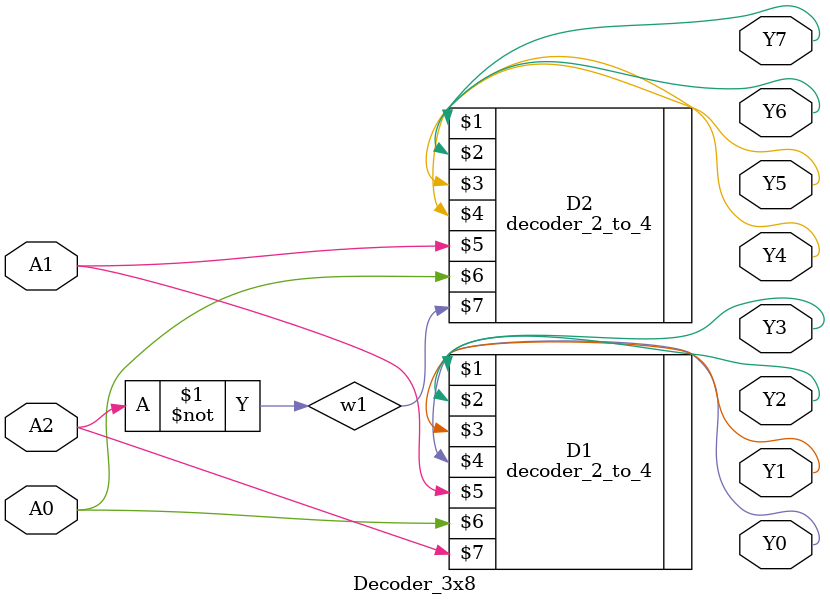
<source format=v>
`timescale 1ns / 1ps


module Decoder_3x8(output Y7,Y6,Y5,Y4,Y3,Y2,Y1,Y0,input A2,A1,A0);
wire w1;
not N1(w1,A2);
decoder_2_to_4 D1(Y3,Y2,Y1,Y0,A1,A0,A2);
decoder_2_to_4 D2(Y7,Y6,Y5,Y4,A1,A0,w1);
endmodule

</source>
